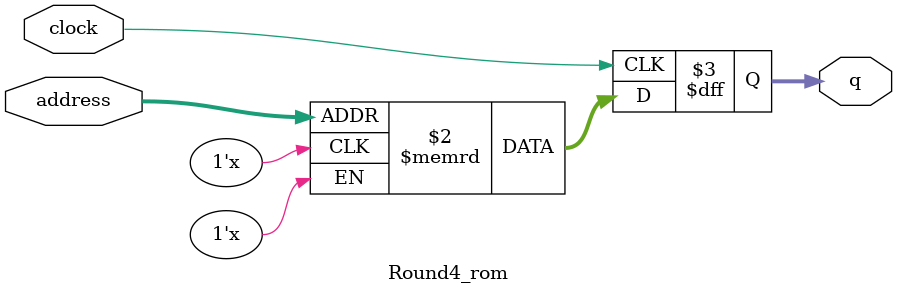
<source format=sv>
module Round4_rom (
	input logic clock,
	input logic [7:0] address,
	output logic [3:0] q
);

logic [3:0] memory [0:255] /* synthesis ram_init_file = "./Round4/Round4.mif" */;

always_ff @ (posedge clock) begin
	q <= memory[address];
end

endmodule

</source>
